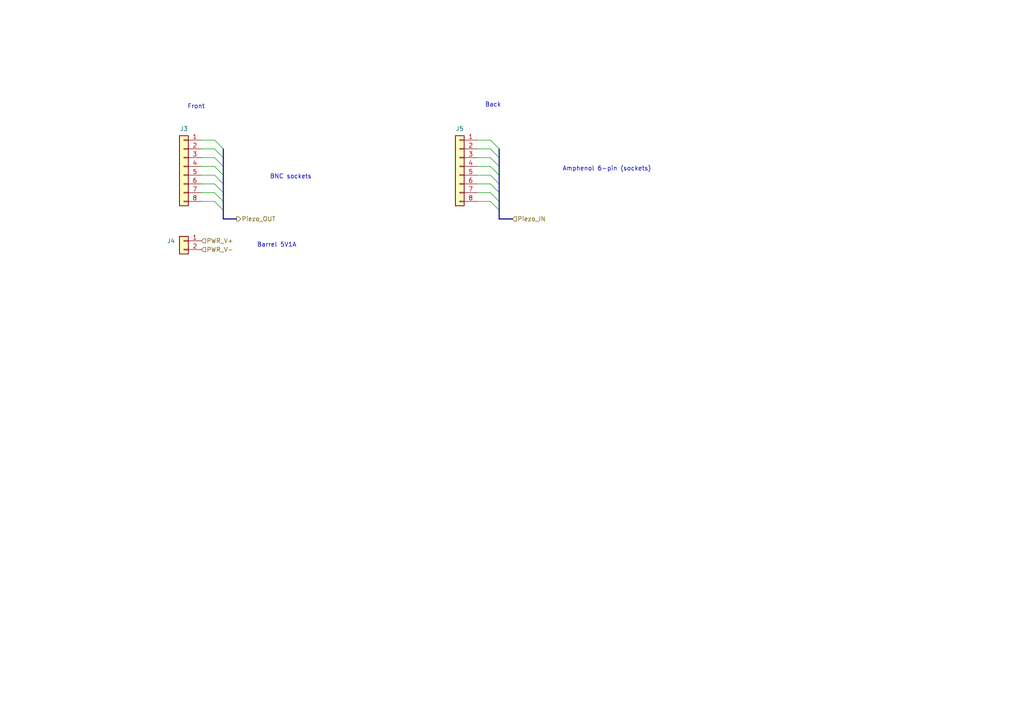
<source format=kicad_sch>
(kicad_sch
	(version 20231120)
	(generator "eeschema")
	(generator_version "8.0")
	(uuid "08080f3b-d59b-4bbb-b756-34d93eedfae2")
	(paper "A4")
	(title_block
		(title "Instrumentation wiring drawing")
		(date "2024-06-21")
		(rev "v0")
		(company "SBC")
		(comment 1 "Zhiheng Sheng")
	)
	(lib_symbols
		(symbol "Connector_Generic:Conn_01x02"
			(pin_names
				(offset 1.016) hide)
			(exclude_from_sim no)
			(in_bom yes)
			(on_board yes)
			(property "Reference" "J"
				(at 0 2.54 0)
				(effects
					(font
						(size 1.27 1.27)
					)
				)
			)
			(property "Value" "Conn_01x02"
				(at 0 -5.08 0)
				(effects
					(font
						(size 1.27 1.27)
					)
				)
			)
			(property "Footprint" ""
				(at 0 0 0)
				(effects
					(font
						(size 1.27 1.27)
					)
					(hide yes)
				)
			)
			(property "Datasheet" "~"
				(at 0 0 0)
				(effects
					(font
						(size 1.27 1.27)
					)
					(hide yes)
				)
			)
			(property "Description" "Generic connector, single row, 01x02, script generated (kicad-library-utils/schlib/autogen/connector/)"
				(at 0 0 0)
				(effects
					(font
						(size 1.27 1.27)
					)
					(hide yes)
				)
			)
			(property "ki_keywords" "connector"
				(at 0 0 0)
				(effects
					(font
						(size 1.27 1.27)
					)
					(hide yes)
				)
			)
			(property "ki_fp_filters" "Connector*:*_1x??_*"
				(at 0 0 0)
				(effects
					(font
						(size 1.27 1.27)
					)
					(hide yes)
				)
			)
			(symbol "Conn_01x02_1_1"
				(rectangle
					(start -1.27 -2.413)
					(end 0 -2.667)
					(stroke
						(width 0.1524)
						(type default)
					)
					(fill
						(type none)
					)
				)
				(rectangle
					(start -1.27 0.127)
					(end 0 -0.127)
					(stroke
						(width 0.1524)
						(type default)
					)
					(fill
						(type none)
					)
				)
				(rectangle
					(start -1.27 1.27)
					(end 1.27 -3.81)
					(stroke
						(width 0.254)
						(type default)
					)
					(fill
						(type background)
					)
				)
				(pin passive line
					(at -5.08 0 0)
					(length 3.81)
					(name "Pin_1"
						(effects
							(font
								(size 1.27 1.27)
							)
						)
					)
					(number "1"
						(effects
							(font
								(size 1.27 1.27)
							)
						)
					)
				)
				(pin passive line
					(at -5.08 -2.54 0)
					(length 3.81)
					(name "Pin_2"
						(effects
							(font
								(size 1.27 1.27)
							)
						)
					)
					(number "2"
						(effects
							(font
								(size 1.27 1.27)
							)
						)
					)
				)
			)
		)
		(symbol "Connector_Generic:Conn_01x08"
			(pin_names
				(offset 1.016) hide)
			(exclude_from_sim no)
			(in_bom yes)
			(on_board yes)
			(property "Reference" "J"
				(at 0 10.16 0)
				(effects
					(font
						(size 1.27 1.27)
					)
				)
			)
			(property "Value" "Conn_01x08"
				(at 0 -12.7 0)
				(effects
					(font
						(size 1.27 1.27)
					)
				)
			)
			(property "Footprint" ""
				(at 0 0 0)
				(effects
					(font
						(size 1.27 1.27)
					)
					(hide yes)
				)
			)
			(property "Datasheet" "~"
				(at 0 0 0)
				(effects
					(font
						(size 1.27 1.27)
					)
					(hide yes)
				)
			)
			(property "Description" "Generic connector, single row, 01x08, script generated (kicad-library-utils/schlib/autogen/connector/)"
				(at 0 0 0)
				(effects
					(font
						(size 1.27 1.27)
					)
					(hide yes)
				)
			)
			(property "ki_keywords" "connector"
				(at 0 0 0)
				(effects
					(font
						(size 1.27 1.27)
					)
					(hide yes)
				)
			)
			(property "ki_fp_filters" "Connector*:*_1x??_*"
				(at 0 0 0)
				(effects
					(font
						(size 1.27 1.27)
					)
					(hide yes)
				)
			)
			(symbol "Conn_01x08_1_1"
				(rectangle
					(start -1.27 -10.033)
					(end 0 -10.287)
					(stroke
						(width 0.1524)
						(type default)
					)
					(fill
						(type none)
					)
				)
				(rectangle
					(start -1.27 -7.493)
					(end 0 -7.747)
					(stroke
						(width 0.1524)
						(type default)
					)
					(fill
						(type none)
					)
				)
				(rectangle
					(start -1.27 -4.953)
					(end 0 -5.207)
					(stroke
						(width 0.1524)
						(type default)
					)
					(fill
						(type none)
					)
				)
				(rectangle
					(start -1.27 -2.413)
					(end 0 -2.667)
					(stroke
						(width 0.1524)
						(type default)
					)
					(fill
						(type none)
					)
				)
				(rectangle
					(start -1.27 0.127)
					(end 0 -0.127)
					(stroke
						(width 0.1524)
						(type default)
					)
					(fill
						(type none)
					)
				)
				(rectangle
					(start -1.27 2.667)
					(end 0 2.413)
					(stroke
						(width 0.1524)
						(type default)
					)
					(fill
						(type none)
					)
				)
				(rectangle
					(start -1.27 5.207)
					(end 0 4.953)
					(stroke
						(width 0.1524)
						(type default)
					)
					(fill
						(type none)
					)
				)
				(rectangle
					(start -1.27 7.747)
					(end 0 7.493)
					(stroke
						(width 0.1524)
						(type default)
					)
					(fill
						(type none)
					)
				)
				(rectangle
					(start -1.27 8.89)
					(end 1.27 -11.43)
					(stroke
						(width 0.254)
						(type default)
					)
					(fill
						(type background)
					)
				)
				(pin passive line
					(at -5.08 7.62 0)
					(length 3.81)
					(name "Pin_1"
						(effects
							(font
								(size 1.27 1.27)
							)
						)
					)
					(number "1"
						(effects
							(font
								(size 1.27 1.27)
							)
						)
					)
				)
				(pin passive line
					(at -5.08 5.08 0)
					(length 3.81)
					(name "Pin_2"
						(effects
							(font
								(size 1.27 1.27)
							)
						)
					)
					(number "2"
						(effects
							(font
								(size 1.27 1.27)
							)
						)
					)
				)
				(pin passive line
					(at -5.08 2.54 0)
					(length 3.81)
					(name "Pin_3"
						(effects
							(font
								(size 1.27 1.27)
							)
						)
					)
					(number "3"
						(effects
							(font
								(size 1.27 1.27)
							)
						)
					)
				)
				(pin passive line
					(at -5.08 0 0)
					(length 3.81)
					(name "Pin_4"
						(effects
							(font
								(size 1.27 1.27)
							)
						)
					)
					(number "4"
						(effects
							(font
								(size 1.27 1.27)
							)
						)
					)
				)
				(pin passive line
					(at -5.08 -2.54 0)
					(length 3.81)
					(name "Pin_5"
						(effects
							(font
								(size 1.27 1.27)
							)
						)
					)
					(number "5"
						(effects
							(font
								(size 1.27 1.27)
							)
						)
					)
				)
				(pin passive line
					(at -5.08 -5.08 0)
					(length 3.81)
					(name "Pin_6"
						(effects
							(font
								(size 1.27 1.27)
							)
						)
					)
					(number "6"
						(effects
							(font
								(size 1.27 1.27)
							)
						)
					)
				)
				(pin passive line
					(at -5.08 -7.62 0)
					(length 3.81)
					(name "Pin_7"
						(effects
							(font
								(size 1.27 1.27)
							)
						)
					)
					(number "7"
						(effects
							(font
								(size 1.27 1.27)
							)
						)
					)
				)
				(pin passive line
					(at -5.08 -10.16 0)
					(length 3.81)
					(name "Pin_8"
						(effects
							(font
								(size 1.27 1.27)
							)
						)
					)
					(number "8"
						(effects
							(font
								(size 1.27 1.27)
							)
						)
					)
				)
			)
		)
	)
	(bus_entry
		(at 142.24 55.88)
		(size 2.54 2.54)
		(stroke
			(width 0)
			(type default)
		)
		(uuid "07f780bf-6973-422a-8b0a-d77a2cb8fcbc")
	)
	(bus_entry
		(at 62.23 55.88)
		(size 2.54 2.54)
		(stroke
			(width 0)
			(type default)
		)
		(uuid "370beb73-f8da-422e-a777-e39508426cc2")
	)
	(bus_entry
		(at 62.23 50.8)
		(size 2.54 2.54)
		(stroke
			(width 0)
			(type default)
		)
		(uuid "4d63877c-73dd-4ff5-b156-def92efea9d4")
	)
	(bus_entry
		(at 142.24 58.42)
		(size 2.54 2.54)
		(stroke
			(width 0)
			(type default)
		)
		(uuid "4d822771-4ef9-4297-b39c-c47b861a1cfb")
	)
	(bus_entry
		(at 62.23 40.64)
		(size 2.54 2.54)
		(stroke
			(width 0)
			(type default)
		)
		(uuid "4ff5a148-dd12-4a1e-9ca8-879b015dba8d")
	)
	(bus_entry
		(at 62.23 58.42)
		(size 2.54 2.54)
		(stroke
			(width 0)
			(type default)
		)
		(uuid "563f575d-efa3-4a54-b45c-e54227807fd4")
	)
	(bus_entry
		(at 62.23 45.72)
		(size 2.54 2.54)
		(stroke
			(width 0)
			(type default)
		)
		(uuid "593253f0-338f-4817-807f-1d4bdb0199f9")
	)
	(bus_entry
		(at 142.24 45.72)
		(size 2.54 2.54)
		(stroke
			(width 0)
			(type default)
		)
		(uuid "5ecc2da4-0c39-47b0-aac2-2a148589c51f")
	)
	(bus_entry
		(at 62.23 53.34)
		(size 2.54 2.54)
		(stroke
			(width 0)
			(type default)
		)
		(uuid "6b877569-3f26-4f22-bd39-e7ea393e4496")
	)
	(bus_entry
		(at 142.24 43.18)
		(size 2.54 2.54)
		(stroke
			(width 0)
			(type default)
		)
		(uuid "801e6073-8952-41e7-92b5-eeb2b5fe9eab")
	)
	(bus_entry
		(at 142.24 48.26)
		(size 2.54 2.54)
		(stroke
			(width 0)
			(type default)
		)
		(uuid "805e7f0a-5f34-4b17-97a1-22bed7018785")
	)
	(bus_entry
		(at 62.23 43.18)
		(size 2.54 2.54)
		(stroke
			(width 0)
			(type default)
		)
		(uuid "8c60ad08-cf84-4fa1-9a03-389c32f9c81f")
	)
	(bus_entry
		(at 62.23 48.26)
		(size 2.54 2.54)
		(stroke
			(width 0)
			(type default)
		)
		(uuid "93a6f835-7ea2-4f93-b5bc-71f860b4d18d")
	)
	(bus_entry
		(at 142.24 50.8)
		(size 2.54 2.54)
		(stroke
			(width 0)
			(type default)
		)
		(uuid "b9c3716b-9343-4a4a-925a-7636adb2f5ab")
	)
	(bus_entry
		(at 142.24 53.34)
		(size 2.54 2.54)
		(stroke
			(width 0)
			(type default)
		)
		(uuid "da93ad40-2100-45a6-98d8-6a27f98bd663")
	)
	(bus_entry
		(at 142.24 40.64)
		(size 2.54 2.54)
		(stroke
			(width 0)
			(type default)
		)
		(uuid "e682db23-638c-410d-9e40-9b59d1b62b67")
	)
	(bus
		(pts
			(xy 144.78 50.8) (xy 144.78 53.34)
		)
		(stroke
			(width 0)
			(type default)
		)
		(uuid "067ce1f3-73ab-479c-ba40-3fa313bdcd0d")
	)
	(bus
		(pts
			(xy 144.78 45.72) (xy 144.78 48.26)
		)
		(stroke
			(width 0)
			(type default)
		)
		(uuid "0a951a2c-ce10-43bb-9ef4-21d964820805")
	)
	(bus
		(pts
			(xy 144.78 60.96) (xy 144.78 63.5)
		)
		(stroke
			(width 0)
			(type default)
		)
		(uuid "17a32410-4042-4876-ad98-54e3eaf15c6b")
	)
	(wire
		(pts
			(xy 142.24 58.42) (xy 138.43 58.42)
		)
		(stroke
			(width 0)
			(type default)
		)
		(uuid "2107dbc2-cb6f-45ce-beb5-ce2fbe010873")
	)
	(bus
		(pts
			(xy 144.78 43.18) (xy 144.78 45.72)
		)
		(stroke
			(width 0)
			(type default)
		)
		(uuid "215db719-f857-44e7-8c7c-cb99cf6a63ab")
	)
	(bus
		(pts
			(xy 144.78 58.42) (xy 144.78 60.96)
		)
		(stroke
			(width 0)
			(type default)
		)
		(uuid "250b19a8-b913-4e74-83d8-2992cb1af27d")
	)
	(bus
		(pts
			(xy 64.77 45.72) (xy 64.77 48.26)
		)
		(stroke
			(width 0)
			(type default)
		)
		(uuid "2c6a29ca-4402-43f9-aa17-4baf905c2a39")
	)
	(bus
		(pts
			(xy 64.77 50.8) (xy 64.77 53.34)
		)
		(stroke
			(width 0)
			(type default)
		)
		(uuid "2f9552aa-aa9a-48de-908c-bf7d78046fd7")
	)
	(wire
		(pts
			(xy 142.24 50.8) (xy 138.43 50.8)
		)
		(stroke
			(width 0)
			(type default)
		)
		(uuid "329379e3-c14c-43e9-8544-96b5bb63a8e7")
	)
	(bus
		(pts
			(xy 68.58 63.5) (xy 64.77 63.5)
		)
		(stroke
			(width 0)
			(type default)
		)
		(uuid "33857c9a-269a-4304-a8d1-03dc43584d70")
	)
	(wire
		(pts
			(xy 142.24 45.72) (xy 138.43 45.72)
		)
		(stroke
			(width 0)
			(type default)
		)
		(uuid "3750ba55-221c-4b3b-806e-e34ea07b1d7c")
	)
	(wire
		(pts
			(xy 62.23 48.26) (xy 58.42 48.26)
		)
		(stroke
			(width 0)
			(type default)
		)
		(uuid "49291222-477d-4e51-8586-9f5105c36105")
	)
	(wire
		(pts
			(xy 62.23 55.88) (xy 58.42 55.88)
		)
		(stroke
			(width 0)
			(type default)
		)
		(uuid "4b70ae16-b91e-4574-9c9d-76bfe56e3fd5")
	)
	(bus
		(pts
			(xy 64.77 58.42) (xy 64.77 60.96)
		)
		(stroke
			(width 0)
			(type default)
		)
		(uuid "4d1afc2a-667c-404f-b28d-81d2a301e408")
	)
	(bus
		(pts
			(xy 148.59 63.5) (xy 144.78 63.5)
		)
		(stroke
			(width 0)
			(type default)
		)
		(uuid "57fa027a-0ef2-49c2-84c4-cb05c548e919")
	)
	(wire
		(pts
			(xy 142.24 55.88) (xy 138.43 55.88)
		)
		(stroke
			(width 0)
			(type default)
		)
		(uuid "5cdf47bd-72c9-48dc-a639-5ee41390fa7c")
	)
	(wire
		(pts
			(xy 62.23 53.34) (xy 58.42 53.34)
		)
		(stroke
			(width 0)
			(type default)
		)
		(uuid "72710c13-be85-4be4-b778-fb12b03a9542")
	)
	(wire
		(pts
			(xy 142.24 43.18) (xy 138.43 43.18)
		)
		(stroke
			(width 0)
			(type default)
		)
		(uuid "735a907e-8cd5-4077-9a6a-4c82177227c2")
	)
	(wire
		(pts
			(xy 62.23 45.72) (xy 58.42 45.72)
		)
		(stroke
			(width 0)
			(type default)
		)
		(uuid "85ed54d3-c635-4bca-a0f3-106129052edc")
	)
	(wire
		(pts
			(xy 142.24 40.64) (xy 138.43 40.64)
		)
		(stroke
			(width 0)
			(type default)
		)
		(uuid "87d82bc6-2d37-4e0b-b3c8-de33a0fabc2a")
	)
	(bus
		(pts
			(xy 64.77 60.96) (xy 64.77 63.5)
		)
		(stroke
			(width 0)
			(type default)
		)
		(uuid "88f9c6c4-b3c2-4447-a8c9-54c7008a144d")
	)
	(bus
		(pts
			(xy 144.78 48.26) (xy 144.78 50.8)
		)
		(stroke
			(width 0)
			(type default)
		)
		(uuid "962b9ca0-260a-4244-8ab5-6b1302d993ee")
	)
	(bus
		(pts
			(xy 64.77 43.18) (xy 64.77 45.72)
		)
		(stroke
			(width 0)
			(type default)
		)
		(uuid "98ef96a3-0a6f-43b7-b8f1-54ba36b808ac")
	)
	(wire
		(pts
			(xy 142.24 48.26) (xy 138.43 48.26)
		)
		(stroke
			(width 0)
			(type default)
		)
		(uuid "9c4571b0-fb82-45ba-8f67-033bd71a046a")
	)
	(bus
		(pts
			(xy 144.78 55.88) (xy 144.78 58.42)
		)
		(stroke
			(width 0)
			(type default)
		)
		(uuid "9c788251-5d3a-4663-9923-2c3d83f978d0")
	)
	(wire
		(pts
			(xy 142.24 53.34) (xy 138.43 53.34)
		)
		(stroke
			(width 0)
			(type default)
		)
		(uuid "a56dde5a-1f2d-47d5-821b-ebcc327bcb31")
	)
	(wire
		(pts
			(xy 62.23 58.42) (xy 58.42 58.42)
		)
		(stroke
			(width 0)
			(type default)
		)
		(uuid "a59ea6db-8f5e-45e9-b504-ab7eda2e4edd")
	)
	(wire
		(pts
			(xy 62.23 40.64) (xy 58.42 40.64)
		)
		(stroke
			(width 0)
			(type default)
		)
		(uuid "a9d3cca4-d553-42b2-af3c-703ec56cbc9e")
	)
	(wire
		(pts
			(xy 62.23 43.18) (xy 58.42 43.18)
		)
		(stroke
			(width 0)
			(type default)
		)
		(uuid "baf4583b-a455-42a1-b933-51f84ce89ee0")
	)
	(bus
		(pts
			(xy 64.77 55.88) (xy 64.77 58.42)
		)
		(stroke
			(width 0)
			(type default)
		)
		(uuid "d0f70766-4249-4e8e-b314-cfa62b51a08a")
	)
	(bus
		(pts
			(xy 64.77 53.34) (xy 64.77 55.88)
		)
		(stroke
			(width 0)
			(type default)
		)
		(uuid "d5343845-29b8-47ca-9819-7bea3623e9ed")
	)
	(wire
		(pts
			(xy 62.23 50.8) (xy 58.42 50.8)
		)
		(stroke
			(width 0)
			(type default)
		)
		(uuid "e9d63ea5-ea8b-4252-840c-200c5026ae19")
	)
	(bus
		(pts
			(xy 144.78 53.34) (xy 144.78 55.88)
		)
		(stroke
			(width 0)
			(type default)
		)
		(uuid "ecbaa792-3a3f-4488-9e8f-07eca9ae9e4b")
	)
	(bus
		(pts
			(xy 64.77 48.26) (xy 64.77 50.8)
		)
		(stroke
			(width 0)
			(type default)
		)
		(uuid "f5d63cca-9959-4312-9dee-4144148f0a64")
	)
	(text "Back"
		(exclude_from_sim no)
		(at 143.002 30.48 0)
		(effects
			(font
				(size 1.27 1.27)
			)
		)
		(uuid "12b7f18f-0ee6-4904-873b-27c0f869958e")
	)
	(text "Front"
		(exclude_from_sim no)
		(at 56.896 30.988 0)
		(effects
			(font
				(size 1.27 1.27)
			)
		)
		(uuid "4f898cf4-9037-4487-850f-1fc83b2f8d33")
	)
	(text "Amphenol 6-pin (sockets)"
		(exclude_from_sim no)
		(at 176.022 49.022 0)
		(effects
			(font
				(size 1.27 1.27)
			)
		)
		(uuid "dc9095c5-42d5-4c50-87b0-d8b9489d86bb")
	)
	(text "BNC sockets"
		(exclude_from_sim no)
		(at 84.328 51.308 0)
		(effects
			(font
				(size 1.27 1.27)
			)
		)
		(uuid "e4dbb798-a2c5-45ce-b7c6-695cbd65726f")
	)
	(text "Barrel 5V1A"
		(exclude_from_sim no)
		(at 80.264 71.12 0)
		(effects
			(font
				(size 1.27 1.27)
			)
		)
		(uuid "eca8bac9-e60c-4953-ab6e-25acbd194519")
	)
	(hierarchical_label "Piezo_IN"
		(shape input)
		(at 148.59 63.5 0)
		(fields_autoplaced yes)
		(effects
			(font
				(size 1.27 1.27)
			)
			(justify left)
		)
		(uuid "57ed3bd7-f46b-4bae-bee3-76b44c17cbda")
	)
	(hierarchical_label "Piezo_OUT"
		(shape output)
		(at 68.58 63.5 0)
		(fields_autoplaced yes)
		(effects
			(font
				(size 1.27 1.27)
			)
			(justify left)
		)
		(uuid "730c9dac-9abd-4709-83c6-5fbb6c8858bc")
	)
	(hierarchical_label "PWR_V-"
		(shape input)
		(at 58.42 72.39 0)
		(fields_autoplaced yes)
		(effects
			(font
				(size 1.27 1.27)
			)
			(justify left)
		)
		(uuid "a9fbbd4d-a6e4-481b-8384-b8b038155fb7")
	)
	(hierarchical_label "PWR_V+"
		(shape input)
		(at 58.42 69.85 0)
		(fields_autoplaced yes)
		(effects
			(font
				(size 1.27 1.27)
			)
			(justify left)
		)
		(uuid "f0eb81e8-db9a-4607-83e7-3690a1834b64")
	)
	(symbol
		(lib_id "Connector_Generic:Conn_01x02")
		(at 53.34 69.85 0)
		(mirror y)
		(unit 1)
		(exclude_from_sim no)
		(in_bom yes)
		(on_board yes)
		(dnp no)
		(uuid "5a17e199-cbda-4033-a97a-11b32dadf503")
		(property "Reference" "J4"
			(at 50.8 69.8499 0)
			(effects
				(font
					(size 1.27 1.27)
				)
				(justify left)
			)
		)
		(property "Value" "Conn_01x02"
			(at 50.8 72.3899 0)
			(effects
				(font
					(size 1.27 1.27)
				)
				(justify left)
				(hide yes)
			)
		)
		(property "Footprint" ""
			(at 53.34 69.85 0)
			(effects
				(font
					(size 1.27 1.27)
				)
				(hide yes)
			)
		)
		(property "Datasheet" "~"
			(at 53.34 69.85 0)
			(effects
				(font
					(size 1.27 1.27)
				)
				(hide yes)
			)
		)
		(property "Description" "Generic connector, single row, 01x02, script generated (kicad-library-utils/schlib/autogen/connector/)"
			(at 53.34 69.85 0)
			(effects
				(font
					(size 1.27 1.27)
				)
				(hide yes)
			)
		)
		(pin "1"
			(uuid "ad600732-a4a8-4a97-957d-54def3ad5db0")
		)
		(pin "2"
			(uuid "7842c8c7-b025-431a-9310-c2a171f0f9ed")
		)
		(instances
			(project ""
				(path "/33b0be37-4aa5-415a-8914-5441d29c7862/93bb29bc-d39c-4aad-a676-0e0add0aeda3"
					(reference "J4")
					(unit 1)
				)
			)
		)
	)
	(symbol
		(lib_id "Connector_Generic:Conn_01x08")
		(at 133.35 48.26 0)
		(mirror y)
		(unit 1)
		(exclude_from_sim no)
		(in_bom yes)
		(on_board yes)
		(dnp no)
		(uuid "80d3ac47-40fb-4e55-b163-a60a1c7bf039")
		(property "Reference" "J5"
			(at 133.35 37.338 0)
			(effects
				(font
					(size 1.27 1.27)
				)
			)
		)
		(property "Value" "Conn_01x08"
			(at 133.35 36.83 0)
			(effects
				(font
					(size 1.27 1.27)
				)
				(hide yes)
			)
		)
		(property "Footprint" ""
			(at 133.35 48.26 0)
			(effects
				(font
					(size 1.27 1.27)
				)
				(hide yes)
			)
		)
		(property "Datasheet" "~"
			(at 133.35 48.26 0)
			(effects
				(font
					(size 1.27 1.27)
				)
				(hide yes)
			)
		)
		(property "Description" "Generic connector, single row, 01x08, script generated (kicad-library-utils/schlib/autogen/connector/)"
			(at 133.35 48.26 0)
			(effects
				(font
					(size 1.27 1.27)
				)
				(hide yes)
			)
		)
		(pin "8"
			(uuid "7f527545-8710-4c0c-9045-2a7621af5af8")
		)
		(pin "4"
			(uuid "e3beae3f-6809-4065-94f8-4310e0fb8e43")
		)
		(pin "7"
			(uuid "19859f71-ae06-41c8-b54c-5c09cad57778")
		)
		(pin "2"
			(uuid "087bf3da-e8e0-4342-9e6a-5380f1be0c76")
		)
		(pin "3"
			(uuid "1eb1dd10-93a3-44ef-9820-a33874dbe5f1")
		)
		(pin "1"
			(uuid "c0a08624-dd65-4070-bbb1-234939cfee3f")
		)
		(pin "5"
			(uuid "b7918c37-d487-4f2b-9767-4975f6d0fc40")
		)
		(pin "6"
			(uuid "e2c7b37c-b439-46f3-b279-4296325410fd")
		)
		(instances
			(project "instrumentation_wiring"
				(path "/33b0be37-4aa5-415a-8914-5441d29c7862/93bb29bc-d39c-4aad-a676-0e0add0aeda3"
					(reference "J5")
					(unit 1)
				)
			)
		)
	)
	(symbol
		(lib_id "Connector_Generic:Conn_01x08")
		(at 53.34 48.26 0)
		(mirror y)
		(unit 1)
		(exclude_from_sim no)
		(in_bom yes)
		(on_board yes)
		(dnp no)
		(uuid "9ad5ef03-4a1e-454d-a652-2da76ba729cf")
		(property "Reference" "J3"
			(at 53.34 37.338 0)
			(effects
				(font
					(size 1.27 1.27)
				)
			)
		)
		(property "Value" "Conn_01x08"
			(at 53.34 36.83 0)
			(effects
				(font
					(size 1.27 1.27)
				)
				(hide yes)
			)
		)
		(property "Footprint" ""
			(at 53.34 48.26 0)
			(effects
				(font
					(size 1.27 1.27)
				)
				(hide yes)
			)
		)
		(property "Datasheet" "~"
			(at 53.34 48.26 0)
			(effects
				(font
					(size 1.27 1.27)
				)
				(hide yes)
			)
		)
		(property "Description" "Generic connector, single row, 01x08, script generated (kicad-library-utils/schlib/autogen/connector/)"
			(at 53.34 48.26 0)
			(effects
				(font
					(size 1.27 1.27)
				)
				(hide yes)
			)
		)
		(pin "8"
			(uuid "fae96511-c2b5-4d64-a873-916696e75326")
		)
		(pin "4"
			(uuid "a62248de-1ffa-4f01-b2f3-30b6d0b9737b")
		)
		(pin "7"
			(uuid "c9f346ac-8c45-43da-a860-081f9e78bb67")
		)
		(pin "2"
			(uuid "0a8fdfa0-f8e1-4a21-81e8-7f8c6c1877d2")
		)
		(pin "3"
			(uuid "0e5249c3-66de-4b5e-b56b-7d6937f71964")
		)
		(pin "1"
			(uuid "06af7fc0-abb5-4b20-9994-8927c76725d5")
		)
		(pin "5"
			(uuid "30b52cac-6c6b-4f6f-87a6-9f178d8740f5")
		)
		(pin "6"
			(uuid "536f9ac2-852f-4bd3-81b5-c681199de9e5")
		)
		(instances
			(project "instrumentation_wiring"
				(path "/33b0be37-4aa5-415a-8914-5441d29c7862/93bb29bc-d39c-4aad-a676-0e0add0aeda3"
					(reference "J3")
					(unit 1)
				)
			)
		)
	)
)

</source>
